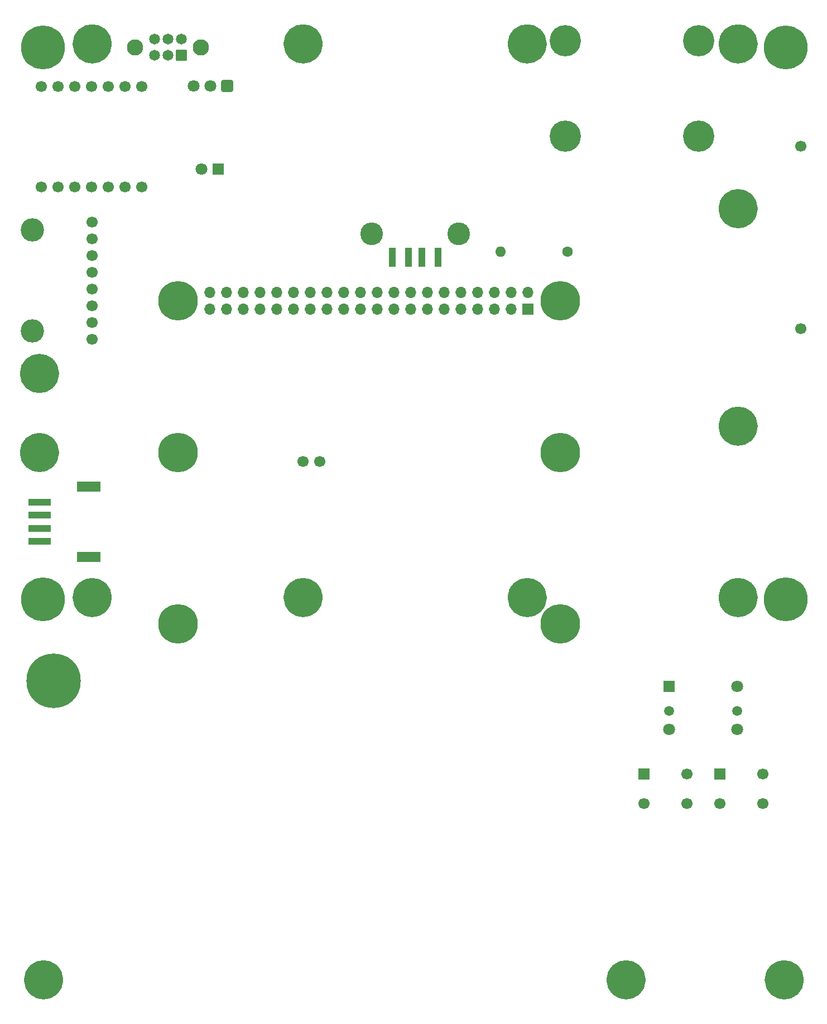
<source format=gbr>
%TF.GenerationSoftware,KiCad,Pcbnew,8.0.7-8.0.7-0~ubuntu22.04.1*%
%TF.CreationDate,2026-01-24T15:26:46-05:00*%
%TF.ProjectId,whackberry_mobo,77686163-6b62-4657-9272-795f6d6f626f,rev?*%
%TF.SameCoordinates,Original*%
%TF.FileFunction,Soldermask,Bot*%
%TF.FilePolarity,Negative*%
%FSLAX46Y46*%
G04 Gerber Fmt 4.6, Leading zero omitted, Abs format (unit mm)*
G04 Created by KiCad (PCBNEW 8.0.7-8.0.7-0~ubuntu22.04.1) date 2026-01-24 15:26:46*
%MOMM*%
%LPD*%
G01*
G04 APERTURE LIST*
G04 Aperture macros list*
%AMRoundRect*
0 Rectangle with rounded corners*
0 $1 Rounding radius*
0 $2 $3 $4 $5 $6 $7 $8 $9 X,Y pos of 4 corners*
0 Add a 4 corners polygon primitive as box body*
4,1,4,$2,$3,$4,$5,$6,$7,$8,$9,$2,$3,0*
0 Add four circle primitives for the rounded corners*
1,1,$1+$1,$2,$3*
1,1,$1+$1,$4,$5*
1,1,$1+$1,$6,$7*
1,1,$1+$1,$8,$9*
0 Add four rect primitives between the rounded corners*
20,1,$1+$1,$2,$3,$4,$5,0*
20,1,$1+$1,$4,$5,$6,$7,0*
20,1,$1+$1,$6,$7,$8,$9,0*
20,1,$1+$1,$8,$9,$2,$3,0*%
G04 Aperture macros list end*
%ADD10C,3.000000*%
%ADD11C,8.250000*%
%ADD12R,1.700000X1.700000*%
%ADD13C,1.700000*%
%ADD14C,6.655600*%
%ADD15R,1.800000X1.800000*%
%ADD16C,1.500000*%
%ADD17C,1.800000*%
%ADD18RoundRect,0.102000X0.719000X0.719000X-0.719000X0.719000X-0.719000X-0.719000X0.719000X-0.719000X0*%
%ADD19C,1.642000*%
%ADD20C,2.469000*%
%ADD21C,1.600000*%
%ADD22O,1.600000X1.600000*%
%ADD23C,6.000000*%
%ADD24O,1.700000X1.700000*%
%ADD25R,1.120000X2.880000*%
%ADD26C,3.450000*%
%ADD27RoundRect,0.248400X0.651600X0.651600X-0.651600X0.651600X-0.651600X-0.651600X0.651600X-0.651600X0*%
%ADD28R,3.400000X1.000000*%
%ADD29R,3.600000X1.500000*%
%ADD30C,4.750000*%
%ADD31C,3.540000*%
G04 APERTURE END LIST*
D10*
X132500000Y-165000000D02*
G75*
G02*
X129500000Y-165000000I-1500000J0D01*
G01*
X129500000Y-165000000D02*
G75*
G02*
X132500000Y-165000000I1500000J0D01*
G01*
X149500000Y-107000000D02*
G75*
G02*
X146500000Y-107000000I-1500000J0D01*
G01*
X146500000Y-107000000D02*
G75*
G02*
X149500000Y-107000000I1500000J0D01*
G01*
X156500000Y-165000000D02*
G75*
G02*
X153500000Y-165000000I-1500000J0D01*
G01*
X153500000Y-165000000D02*
G75*
G02*
X156500000Y-165000000I1500000J0D01*
G01*
X149500000Y-23000000D02*
G75*
G02*
X146500000Y-23000000I-1500000J0D01*
G01*
X146500000Y-23000000D02*
G75*
G02*
X149500000Y-23000000I1500000J0D01*
G01*
X83500000Y-107000000D02*
G75*
G02*
X80500000Y-107000000I-1500000J0D01*
G01*
X80500000Y-107000000D02*
G75*
G02*
X83500000Y-107000000I1500000J0D01*
G01*
X149500000Y-81000000D02*
G75*
G02*
X146500000Y-81000000I-1500000J0D01*
G01*
X146500000Y-81000000D02*
G75*
G02*
X149500000Y-81000000I1500000J0D01*
G01*
X43500000Y-85000000D02*
G75*
G02*
X40500000Y-85000000I-1500000J0D01*
G01*
X40500000Y-85000000D02*
G75*
G02*
X43500000Y-85000000I1500000J0D01*
G01*
X43500000Y-73000000D02*
G75*
G02*
X40500000Y-73000000I-1500000J0D01*
G01*
X40500000Y-73000000D02*
G75*
G02*
X43500000Y-73000000I1500000J0D01*
G01*
X149500000Y-48000000D02*
G75*
G02*
X146500000Y-48000000I-1500000J0D01*
G01*
X146500000Y-48000000D02*
G75*
G02*
X149500000Y-48000000I1500000J0D01*
G01*
X51500000Y-23000000D02*
G75*
G02*
X48500000Y-23000000I-1500000J0D01*
G01*
X48500000Y-23000000D02*
G75*
G02*
X51500000Y-23000000I1500000J0D01*
G01*
X117500000Y-107000000D02*
G75*
G02*
X114500000Y-107000000I-1500000J0D01*
G01*
X114500000Y-107000000D02*
G75*
G02*
X117500000Y-107000000I1500000J0D01*
G01*
X44125000Y-165000000D02*
G75*
G02*
X41125000Y-165000000I-1500000J0D01*
G01*
X41125000Y-165000000D02*
G75*
G02*
X44125000Y-165000000I1500000J0D01*
G01*
X117500000Y-23000000D02*
G75*
G02*
X114500000Y-23000000I-1500000J0D01*
G01*
X114500000Y-23000000D02*
G75*
G02*
X117500000Y-23000000I1500000J0D01*
G01*
X83500000Y-23000000D02*
G75*
G02*
X80500000Y-23000000I-1500000J0D01*
G01*
X80500000Y-23000000D02*
G75*
G02*
X83500000Y-23000000I1500000J0D01*
G01*
X51500000Y-107000000D02*
G75*
G02*
X48500000Y-107000000I-1500000J0D01*
G01*
X48500000Y-107000000D02*
G75*
G02*
X51500000Y-107000000I1500000J0D01*
G01*
D11*
%TO.C,CardKB-1*%
X44100000Y-119600000D03*
%TD*%
D12*
%TO.C,SW2*%
X145250000Y-133750000D03*
D13*
X151750000Y-133750000D03*
X145250000Y-138250000D03*
X151750000Y-138250000D03*
%TD*%
D12*
%TO.C,SW1*%
X133750000Y-133750000D03*
D13*
X140250000Y-133750000D03*
X133750000Y-138250000D03*
X140250000Y-138250000D03*
%TD*%
%TO.C,LCD-1*%
X157524000Y-66187400D03*
X157524000Y-38501400D03*
D14*
X42500000Y-107300000D03*
X155200000Y-107300000D03*
X155200000Y-23500000D03*
X42500000Y-23500000D03*
%TD*%
D15*
%TO.C,5WayNav-1*%
X137550000Y-120500000D03*
D16*
X137550000Y-124200000D03*
D17*
X137550000Y-127000000D03*
X147850000Y-127000000D03*
D16*
X147850000Y-124200000D03*
D17*
X147850000Y-120500000D03*
%TD*%
D18*
%TO.C,S1*%
X63500000Y-24750000D03*
D19*
X61500000Y-24750000D03*
X59500000Y-24750000D03*
X63500000Y-22250000D03*
X61500000Y-22250000D03*
X59500000Y-22250000D03*
D20*
X66500000Y-23500000D03*
X56500000Y-23500000D03*
%TD*%
D21*
%TO.C,R1*%
X122080000Y-54500000D03*
D22*
X111920000Y-54500000D03*
%TD*%
D15*
%TO.C,IR-LED-1*%
X69100000Y-42000000D03*
D17*
X66560000Y-42000000D03*
%TD*%
D23*
%TO.C,RPi-Zero-1*%
X121000000Y-62000000D03*
X63000000Y-62000000D03*
X121000000Y-85000000D03*
X63000000Y-85000000D03*
X121000000Y-111000000D03*
X63000000Y-111000000D03*
D12*
X116130000Y-63270000D03*
D24*
X116130000Y-60730000D03*
X113590000Y-63270000D03*
X113590000Y-60730000D03*
X111050000Y-63270000D03*
X111050000Y-60730000D03*
X108510000Y-63270000D03*
X108510000Y-60730000D03*
X105970000Y-63270000D03*
X105970000Y-60730000D03*
X103430000Y-63270000D03*
X103430000Y-60730000D03*
X100890000Y-63270000D03*
X100890000Y-60730000D03*
X98350000Y-63270000D03*
X98350000Y-60730000D03*
X95810000Y-63270000D03*
X95810000Y-60730000D03*
X93270000Y-63270000D03*
X93270000Y-60730000D03*
X90730000Y-63270000D03*
X90730000Y-60730000D03*
X88190000Y-63270000D03*
X88190000Y-60730000D03*
X85650000Y-63270000D03*
X85650000Y-60730000D03*
X83110000Y-63270000D03*
X83110000Y-60730000D03*
X80570000Y-63270000D03*
X80570000Y-60730000D03*
X78030000Y-63270000D03*
X78030000Y-60730000D03*
X75490000Y-63270000D03*
X75490000Y-60730000D03*
X72950000Y-63270000D03*
X72950000Y-60730000D03*
X70410000Y-63270000D03*
X70410000Y-60730000D03*
X67870000Y-63270000D03*
X67870000Y-60730000D03*
D13*
X81975000Y-86350000D03*
X84515000Y-86350000D03*
%TD*%
%TO.C,QTpy-1*%
X47340000Y-44740000D03*
X42260000Y-44740000D03*
X42260000Y-29500000D03*
X44800000Y-29500000D03*
X47340000Y-29500000D03*
X49880000Y-29500000D03*
X44800000Y-44740000D03*
X52420000Y-44740000D03*
X49880000Y-44740000D03*
X57500000Y-44740000D03*
X54960000Y-44740000D03*
X54960000Y-29500000D03*
X52420000Y-29500000D03*
X57500000Y-29500000D03*
%TD*%
D25*
%TO.C,USB-A-1*%
X95500000Y-55360000D03*
X98000000Y-55360000D03*
X100000000Y-55360000D03*
X102500000Y-55360000D03*
D26*
X92430000Y-51780000D03*
X105570000Y-51780000D03*
%TD*%
D27*
%TO.C,IR-Re-1*%
X70500000Y-29400000D03*
D17*
X67960000Y-29400000D03*
X65420000Y-29400000D03*
%TD*%
D28*
%TO.C,GROVE-1*%
X42000000Y-92500000D03*
X42000000Y-94500000D03*
X42000000Y-96500000D03*
X42000000Y-98500000D03*
D29*
X49500000Y-90200000D03*
X49500000Y-100800000D03*
%TD*%
D30*
%TO.C,U4*%
X121800000Y-22500000D03*
X121800000Y-37000000D03*
X142000000Y-22500000D03*
X142000000Y-37000000D03*
%TD*%
D31*
%TO.C,USB-C-1*%
X40910000Y-51210000D03*
X40910000Y-66570000D03*
D13*
X50000000Y-60160000D03*
X50000000Y-50000000D03*
X50000000Y-55080000D03*
X50000000Y-57620000D03*
X50000000Y-67780000D03*
X50000000Y-52540000D03*
X50000000Y-62700000D03*
X50000000Y-65240000D03*
%TD*%
M02*

</source>
